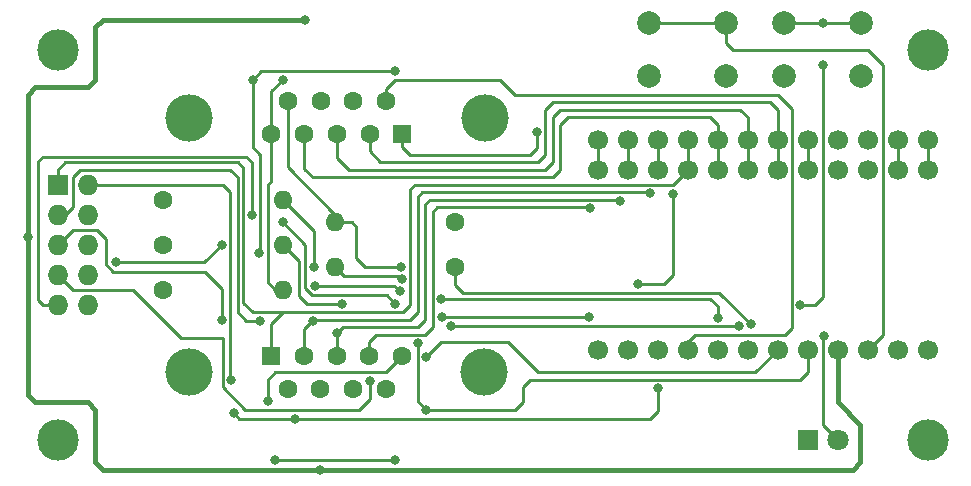
<source format=gtl>
%TF.GenerationSoftware,KiCad,Pcbnew,(5.1.8)-1*%
%TF.CreationDate,2021-02-07T20:02:45+01:00*%
%TF.ProjectId,C64 Joystick Adapter,43363420-4a6f-4797-9374-69636b204164,rev?*%
%TF.SameCoordinates,Original*%
%TF.FileFunction,Copper,L1,Top*%
%TF.FilePolarity,Positive*%
%FSLAX46Y46*%
G04 Gerber Fmt 4.6, Leading zero omitted, Abs format (unit mm)*
G04 Created by KiCad (PCBNEW (5.1.8)-1) date 2021-02-07 20:02:45*
%MOMM*%
%LPD*%
G01*
G04 APERTURE LIST*
%TA.AperFunction,ComponentPad*%
%ADD10C,4.000000*%
%TD*%
%TA.AperFunction,ComponentPad*%
%ADD11C,1.600000*%
%TD*%
%TA.AperFunction,ComponentPad*%
%ADD12R,1.600000X1.600000*%
%TD*%
%TA.AperFunction,ComponentPad*%
%ADD13O,1.600000X1.600000*%
%TD*%
%TA.AperFunction,ComponentPad*%
%ADD14C,1.700000*%
%TD*%
%TA.AperFunction,ComponentPad*%
%ADD15C,3.500000*%
%TD*%
%TA.AperFunction,ComponentPad*%
%ADD16R,1.800000X1.800000*%
%TD*%
%TA.AperFunction,ComponentPad*%
%ADD17C,1.800000*%
%TD*%
%TA.AperFunction,ComponentPad*%
%ADD18R,1.727200X1.727200*%
%TD*%
%TA.AperFunction,ComponentPad*%
%ADD19O,1.727200X1.727200*%
%TD*%
%TA.AperFunction,ComponentPad*%
%ADD20C,2.000000*%
%TD*%
%TA.AperFunction,ViaPad*%
%ADD21C,0.800000*%
%TD*%
%TA.AperFunction,Conductor*%
%ADD22C,0.250000*%
%TD*%
%TA.AperFunction,Conductor*%
%ADD23C,0.381000*%
%TD*%
G04 APERTURE END LIST*
D10*
%TO.P,J1,0*%
%TO.N,N/C*%
X110820000Y-81310000D03*
X135820000Y-81310000D03*
D11*
%TO.P,J1,9*%
%TO.N,POT_AX*%
X119165000Y-79890000D03*
%TO.P,J1,8*%
%TO.N,GND*%
X121935000Y-79890000D03*
%TO.P,J1,7*%
%TO.N,Net-(J1-Pad7)*%
X124705000Y-79890000D03*
%TO.P,J1,6*%
%TO.N,P1_FIRE*%
X127475000Y-79890000D03*
%TO.P,J1,5*%
%TO.N,Net-(J1-Pad5)*%
X117780000Y-82730000D03*
%TO.P,J1,4*%
%TO.N,P1_RIGHT*%
X120550000Y-82730000D03*
%TO.P,J1,3*%
%TO.N,P1_LEFT*%
X123320000Y-82730000D03*
%TO.P,J1,2*%
%TO.N,P1_DOWN*%
X126090000Y-82730000D03*
D12*
%TO.P,J1,1*%
%TO.N,P1_UP*%
X128860000Y-82730000D03*
%TD*%
D11*
%TO.P,R4,1*%
%TO.N,GND*%
X133350000Y-90170000D03*
D13*
%TO.P,R4,2*%
%TO.N,POT_AX*%
X123190000Y-90170000D03*
%TD*%
D14*
%TO.P,A1,12*%
%TO.N,P2_RIGHT*%
X145415000Y-85725000D03*
%TO.P,A1,11*%
%TO.N,P2_LEFT*%
X147955000Y-85725000D03*
%TO.P,A1,10*%
%TO.N,P2_DOWN*%
X150495000Y-85725000D03*
%TO.P,A1,9*%
%TO.N,P2_UP*%
X153035000Y-85725000D03*
%TO.P,A1,8*%
%TO.N,P1_RIGHT*%
X155575000Y-85725000D03*
%TO.P,A1,7*%
%TO.N,P1_LEFT*%
X158115000Y-85725000D03*
%TO.P,A1,6*%
%TO.N,P1_DOWN*%
X160655000Y-85725000D03*
%TO.P,A1,5*%
%TO.N,P1_UP*%
X163195000Y-85725000D03*
%TO.P,A1,4*%
%TO.N,GND*%
X165735000Y-85725000D03*
%TO.P,A1,3*%
X168275000Y-85725000D03*
%TO.P,A1,2*%
%TO.N,Net-(A1-Pad2)*%
X170815000Y-85725000D03*
%TO.P,A1,1*%
%TO.N,Net-(A1-Pad1)*%
X173355000Y-85725000D03*
%TO.P,A1,2*%
%TO.N,Net-(A1-Pad2)*%
X170815000Y-83185000D03*
%TO.P,A1,3*%
%TO.N,GND*%
X168275000Y-83185000D03*
%TO.P,A1,4*%
X165735000Y-83185000D03*
%TO.P,A1,5*%
%TO.N,P1_UP*%
X163195000Y-83185000D03*
%TO.P,A1,6*%
%TO.N,P1_DOWN*%
X160655000Y-83185000D03*
%TO.P,A1,7*%
%TO.N,P1_LEFT*%
X158115000Y-83185000D03*
%TO.P,A1,8*%
%TO.N,P1_RIGHT*%
X155575000Y-83185000D03*
%TO.P,A1,9*%
%TO.N,P2_UP*%
X153035000Y-83185000D03*
%TO.P,A1,10*%
%TO.N,P2_DOWN*%
X150495000Y-83185000D03*
%TO.P,A1,11*%
%TO.N,P2_LEFT*%
X147955000Y-83185000D03*
%TO.P,A1,12*%
%TO.N,P2_RIGHT*%
X145415000Y-83185000D03*
%TO.P,A1,13*%
%TO.N,Net-(A1-Pad13)*%
X145415000Y-100965000D03*
%TO.P,A1,14*%
%TO.N,Net-(A1-Pad14)*%
X147955000Y-100965000D03*
%TO.P,A1,15*%
%TO.N,P2_FIRE*%
X150495000Y-100965000D03*
%TO.P,A1,16*%
%TO.N,P1_FIRE*%
X153035000Y-100965000D03*
%TO.P,A1,17*%
%TO.N,POT_AX*%
X155575000Y-100965000D03*
%TO.P,A1,18*%
%TO.N,POT_AY*%
X158115000Y-100965000D03*
%TO.P,A1,19*%
%TO.N,POT_BX*%
X160655000Y-100965000D03*
%TO.P,A1,20*%
%TO.N,POT_BY*%
X163195000Y-100965000D03*
%TO.P,A1,21*%
%TO.N,VCC*%
X165735000Y-100965000D03*
%TO.P,A1,22*%
%TO.N,Net-(A1-Pad22)*%
X168275000Y-100965000D03*
%TO.P,A1,23*%
%TO.N,GND*%
X170815000Y-100965000D03*
%TO.P,A1,24*%
%TO.N,N/C*%
X173355000Y-100965000D03*
%TO.P,A1,1*%
%TO.N,Net-(A1-Pad1)*%
X173355000Y-83185000D03*
%TD*%
D13*
%TO.P,R5,2*%
%TO.N,Net-(A1-Pad13)*%
X123190000Y-93980000D03*
D11*
%TO.P,R5,1*%
%TO.N,Net-(D1-Pad2)*%
X133350000Y-93980000D03*
%TD*%
D12*
%TO.P,J2,1*%
%TO.N,P2_UP*%
X117760000Y-101470000D03*
D11*
%TO.P,J2,2*%
%TO.N,P2_DOWN*%
X120530000Y-101470000D03*
%TO.P,J2,3*%
%TO.N,P2_LEFT*%
X123300000Y-101470000D03*
%TO.P,J2,4*%
%TO.N,P2_RIGHT*%
X126070000Y-101470000D03*
%TO.P,J2,5*%
%TO.N,Net-(J2-Pad5)*%
X128840000Y-101470000D03*
%TO.P,J2,6*%
%TO.N,P2_FIRE*%
X119145000Y-104310000D03*
%TO.P,J2,7*%
%TO.N,Net-(J2-Pad7)*%
X121915000Y-104310000D03*
%TO.P,J2,8*%
%TO.N,GND*%
X124685000Y-104310000D03*
%TO.P,J2,9*%
%TO.N,POT_BX*%
X127455000Y-104310000D03*
D10*
%TO.P,J2,0*%
%TO.N,N/C*%
X110800000Y-102890000D03*
X135800000Y-102890000D03*
%TD*%
D15*
%TO.P,M1,1*%
%TO.N,N/C*%
X99695000Y-108585000D03*
%TD*%
%TO.P,M2,1*%
%TO.N,N/C*%
X173355000Y-75565000D03*
%TD*%
%TO.P,M3,1*%
%TO.N,N/C*%
X99695000Y-75565000D03*
%TD*%
%TO.P,M4,1*%
%TO.N,N/C*%
X173355000Y-108585000D03*
%TD*%
D11*
%TO.P,R1,1*%
%TO.N,GND*%
X108585000Y-88265000D03*
D13*
%TO.P,R1,2*%
%TO.N,Net-(J2-Pad5)*%
X118745000Y-88265000D03*
%TD*%
D11*
%TO.P,R2,1*%
%TO.N,GND*%
X108585000Y-92075000D03*
D13*
%TO.P,R2,2*%
%TO.N,POT_BX*%
X118745000Y-92075000D03*
%TD*%
%TO.P,R3,2*%
%TO.N,Net-(J1-Pad5)*%
X118745000Y-95885000D03*
D11*
%TO.P,R3,1*%
%TO.N,GND*%
X108585000Y-95885000D03*
%TD*%
D16*
%TO.P,D1,1*%
%TO.N,GND*%
X163195000Y-108585000D03*
D17*
%TO.P,D1,2*%
%TO.N,Net-(D1-Pad2)*%
X165735000Y-108585000D03*
%TD*%
D18*
%TO.P,J3,1*%
%TO.N,P2_UP*%
X99695000Y-86995000D03*
D19*
%TO.P,J3,2*%
%TO.N,P2_DOWN*%
X99695000Y-89535000D03*
%TO.P,J3,3*%
%TO.N,P2_LEFT*%
X99695000Y-92075000D03*
%TO.P,J3,4*%
%TO.N,P2_RIGHT*%
X99695000Y-94615000D03*
%TO.P,J3,5*%
%TO.N,POT_BY*%
X99695000Y-97155000D03*
%TO.P,J3,6*%
%TO.N,P2_FIRE*%
X102235000Y-86995000D03*
%TO.P,J3,7*%
%TO.N,VCC*%
X102235000Y-89535000D03*
%TO.P,J3,8*%
%TO.N,GND*%
X102235000Y-92075000D03*
%TO.P,J3,9*%
%TO.N,POT_BX*%
X102235000Y-94615000D03*
%TO.P,J3,10*%
%TO.N,N/C*%
X102235000Y-97155000D03*
%TD*%
D20*
%TO.P,SW1,2*%
%TO.N,GND*%
X149785000Y-77815000D03*
%TO.P,SW1,1*%
%TO.N,Net-(A1-Pad22)*%
X149785000Y-73315000D03*
%TO.P,SW1,2*%
%TO.N,GND*%
X156285000Y-77815000D03*
%TO.P,SW1,1*%
%TO.N,Net-(A1-Pad22)*%
X156285000Y-73315000D03*
%TD*%
%TO.P,SW2,1*%
%TO.N,Net-(A1-Pad14)*%
X167715000Y-73315000D03*
%TO.P,SW2,2*%
%TO.N,GND*%
X167715000Y-77815000D03*
%TO.P,SW2,1*%
%TO.N,Net-(A1-Pad14)*%
X161215000Y-73315000D03*
%TO.P,SW2,2*%
%TO.N,GND*%
X161215000Y-77815000D03*
%TD*%
D21*
%TO.N,POT_AX*%
X128778000Y-93980000D03*
X132170000Y-96647000D03*
X155575000Y-98245000D03*
%TO.N,VCC*%
X97155000Y-91440000D03*
X120650000Y-73025000D03*
X121920000Y-111125000D03*
%TO.N,POT_AY*%
X121472152Y-95554847D03*
X128651000Y-96012000D03*
X157353000Y-98970000D03*
X132969000Y-98933000D03*
X116749990Y-92800000D03*
X128270000Y-77380000D03*
X116205000Y-78105000D03*
%TO.N,P1_UP*%
X140245000Y-82550000D03*
%TO.N,P2_DOWN*%
X149860000Y-87720000D03*
X116840000Y-98515000D03*
X121285000Y-98515000D03*
%TO.N,P2_LEFT*%
X147320000Y-88355000D03*
X113575000Y-98425000D03*
X123300000Y-99575000D03*
%TO.N,P2_RIGHT*%
X144780000Y-88990000D03*
X126111000Y-103595010D03*
%TO.N,POT_BY*%
X128270000Y-97065000D03*
X130175000Y-100420000D03*
X116115000Y-89535000D03*
X118745000Y-90170000D03*
X130900001Y-106045000D03*
X118110000Y-110334500D03*
X128270000Y-110334500D03*
%TO.N,P2_FIRE*%
X119761000Y-106807000D03*
X150495000Y-104230000D03*
X114390000Y-103505000D03*
X114617512Y-106362512D03*
%TO.N,POT_BX*%
X113575000Y-92075000D03*
X104607655Y-93549335D03*
X123734999Y-97064999D03*
X130900000Y-101600000D03*
%TO.N,Net-(A1-Pad13)*%
X128815000Y-94996000D03*
X144653000Y-98171000D03*
X132207000Y-98171000D03*
%TO.N,Net-(D1-Pad2)*%
X164565154Y-99795154D03*
X158369000Y-98806000D03*
%TO.N,Net-(A1-Pad14)*%
X148844000Y-95377000D03*
X151765000Y-87757000D03*
X162560000Y-97155000D03*
X164465000Y-76835000D03*
X164501000Y-73315000D03*
%TO.N,Net-(J1-Pad5)*%
X118745000Y-78105000D03*
%TO.N,Net-(J2-Pad5)*%
X121375000Y-93980000D03*
X117475000Y-105320000D03*
%TD*%
D22*
%TO.N,POT_AX*%
X123190000Y-90170000D02*
X124587000Y-90170000D01*
X124587000Y-90170000D02*
X124968000Y-90551000D01*
X124968000Y-90551000D02*
X124968000Y-93218000D01*
X125730000Y-93980000D02*
X128778000Y-93980000D01*
X124968000Y-93218000D02*
X125730000Y-93980000D01*
X132170000Y-96647000D02*
X154940000Y-96647000D01*
X155575000Y-97282000D02*
X155575000Y-98245000D01*
X154940000Y-96647000D02*
X155575000Y-97282000D01*
X123190000Y-89535000D02*
X123190000Y-90170000D01*
X119165000Y-85510000D02*
X123190000Y-89535000D01*
X119165000Y-79890000D02*
X119165000Y-85510000D01*
D23*
%TO.N,VCC*%
X165735000Y-105410000D02*
X165735000Y-100965000D01*
X97155000Y-104775000D02*
X97155000Y-91440000D01*
X102235000Y-105410000D02*
X97790000Y-105410000D01*
X102870000Y-106045000D02*
X102235000Y-105410000D01*
X103505000Y-111125000D02*
X102870000Y-110490000D01*
X97790000Y-105410000D02*
X97155000Y-104775000D01*
X167640000Y-110490000D02*
X167005000Y-111125000D01*
X102870000Y-110490000D02*
X102870000Y-106045000D01*
X167640000Y-107315000D02*
X167640000Y-110490000D01*
X165735000Y-105410000D02*
X167640000Y-107315000D01*
X167005000Y-111125000D02*
X122555000Y-111125000D01*
X97790000Y-78740000D02*
X97155000Y-79375000D01*
X102235000Y-78740000D02*
X97790000Y-78740000D01*
X102870000Y-78105000D02*
X102235000Y-78740000D01*
X97155000Y-79375000D02*
X97155000Y-91440000D01*
X102870000Y-73660000D02*
X102870000Y-78105000D01*
X103505000Y-73025000D02*
X102870000Y-73660000D01*
X120650000Y-73025000D02*
X103505000Y-73025000D01*
X121920000Y-111125000D02*
X103505000Y-111125000D01*
X122555000Y-111125000D02*
X121920000Y-111125000D01*
D22*
%TO.N,P1_FIRE*%
X153035000Y-100330000D02*
X153035000Y-100965000D01*
X153670000Y-99695000D02*
X153035000Y-100330000D01*
X161290000Y-99695000D02*
X153670000Y-99695000D01*
X161830001Y-80550001D02*
X161830001Y-99154999D01*
X137160000Y-78105000D02*
X138430000Y-79375000D01*
X160655000Y-79375000D02*
X161830001Y-80550001D01*
X128270000Y-78105000D02*
X137160000Y-78105000D01*
X161830001Y-99154999D02*
X161290000Y-99695000D01*
X138430000Y-79375000D02*
X160655000Y-79375000D01*
X127475000Y-78900000D02*
X128270000Y-78105000D01*
X127475000Y-79890000D02*
X127475000Y-78900000D01*
%TO.N,POT_AY*%
X128193847Y-95554847D02*
X128651000Y-96012000D01*
X121472152Y-95554847D02*
X128193847Y-95554847D01*
X134710000Y-98970000D02*
X157353000Y-98970000D01*
X133006000Y-98970000D02*
X132969000Y-98933000D01*
X134710000Y-98970000D02*
X133006000Y-98970000D01*
X116840000Y-92709990D02*
X116749990Y-92800000D01*
X116840000Y-84455000D02*
X116205000Y-83820000D01*
X116840000Y-84455000D02*
X116840000Y-92709990D01*
X128270000Y-77380000D02*
X116930000Y-77380000D01*
X116930000Y-77380000D02*
X116205000Y-78105000D01*
X116205000Y-83820000D02*
X116205000Y-78105000D01*
%TO.N,P1_RIGHT*%
X155575000Y-85725000D02*
X155575000Y-83185000D01*
X155575000Y-81915000D02*
X155575000Y-83185000D01*
X142240000Y-81915000D02*
X142875000Y-81280000D01*
X142240000Y-85725000D02*
X142240000Y-81915000D01*
X141605000Y-86360000D02*
X142240000Y-85725000D01*
X154940000Y-81280000D02*
X155575000Y-81915000D01*
X121285000Y-86360000D02*
X141605000Y-86360000D01*
X142875000Y-81280000D02*
X154940000Y-81280000D01*
X120550000Y-85625000D02*
X121285000Y-86360000D01*
X120550000Y-82730000D02*
X120550000Y-85625000D01*
%TO.N,P1_LEFT*%
X158115000Y-83185000D02*
X158115000Y-85725000D01*
X158115000Y-81280000D02*
X158115000Y-83185000D01*
X157480000Y-80645000D02*
X158115000Y-81280000D01*
X142240000Y-80645000D02*
X157480000Y-80645000D01*
X141605000Y-85090000D02*
X141605000Y-81280000D01*
X141605000Y-81280000D02*
X142240000Y-80645000D01*
X140970000Y-85725000D02*
X141605000Y-85090000D01*
X124330000Y-85725000D02*
X140970000Y-85725000D01*
X123320000Y-84715000D02*
X124330000Y-85725000D01*
X123320000Y-82730000D02*
X123320000Y-84715000D01*
%TO.N,P1_DOWN*%
X160655000Y-85725000D02*
X160655000Y-83185000D01*
X141605000Y-80010000D02*
X160020000Y-80010000D01*
X140970000Y-80645000D02*
X141605000Y-80010000D01*
X140970000Y-84455000D02*
X140970000Y-80645000D01*
X140335000Y-85090000D02*
X140970000Y-84455000D01*
X160020000Y-80010000D02*
X160655000Y-80645000D01*
X127000000Y-85090000D02*
X140335000Y-85090000D01*
X160655000Y-80645000D02*
X160655000Y-83185000D01*
X126090000Y-84180000D02*
X127000000Y-85090000D01*
X126090000Y-82730000D02*
X126090000Y-84180000D01*
%TO.N,P1_UP*%
X163195000Y-83185000D02*
X163195000Y-85725000D01*
X128860000Y-83775000D02*
X129540000Y-84455000D01*
X128860000Y-82730000D02*
X128860000Y-83775000D01*
X129540000Y-84455000D02*
X139700000Y-84455000D01*
X140245000Y-83910000D02*
X139700000Y-84455000D01*
X140245000Y-82550000D02*
X140245000Y-83910000D01*
%TO.N,P2_UP*%
X153035000Y-83185000D02*
X153035000Y-85725000D01*
X152185001Y-86574999D02*
X153035000Y-85725000D01*
X151765000Y-86995000D02*
X152185001Y-86574999D01*
X129921000Y-86995000D02*
X151765000Y-86995000D01*
X129540000Y-87376000D02*
X129921000Y-86995000D01*
X129540000Y-97155000D02*
X129540000Y-87376000D01*
X128905000Y-97790000D02*
X129540000Y-97155000D01*
X118745000Y-97790000D02*
X128905000Y-97790000D01*
X117760000Y-98775000D02*
X118745000Y-97790000D01*
X117760000Y-101470000D02*
X117760000Y-98775000D01*
X115389999Y-96974999D02*
X116205000Y-97790000D01*
X115389999Y-85544999D02*
X115389999Y-96974999D01*
X114935000Y-85090000D02*
X115389999Y-85544999D01*
X100330000Y-85090000D02*
X114935000Y-85090000D01*
X99695000Y-85725000D02*
X100330000Y-85090000D01*
X116205000Y-97790000D02*
X118745000Y-97790000D01*
X99695000Y-86995000D02*
X99695000Y-85725000D01*
%TO.N,P2_DOWN*%
X150495000Y-83185000D02*
X150495000Y-85725000D01*
X130556000Y-87630000D02*
X149770000Y-87630000D01*
X149770000Y-87630000D02*
X149860000Y-87720000D01*
X130175000Y-97790000D02*
X130175000Y-88011000D01*
X129540000Y-98425000D02*
X130175000Y-97790000D01*
X121285000Y-98425000D02*
X129540000Y-98425000D01*
X130175000Y-88011000D02*
X130556000Y-87630000D01*
X120530000Y-99180000D02*
X121285000Y-98425000D01*
X120530000Y-101470000D02*
X120530000Y-99180000D01*
X99695000Y-89535000D02*
X100330000Y-89535000D01*
X100330000Y-89535000D02*
X100965000Y-88900000D01*
X100965000Y-88900000D02*
X100965000Y-86360000D01*
X100965000Y-86360000D02*
X101600000Y-85725000D01*
X101600000Y-85725000D02*
X114300000Y-85725000D01*
X114300000Y-85725000D02*
X114935000Y-86360000D01*
X114935000Y-86360000D02*
X114935000Y-97790000D01*
X115660000Y-98515000D02*
X116840000Y-98515000D01*
X114935000Y-97790000D02*
X115660000Y-98515000D01*
%TO.N,P2_LEFT*%
X147955000Y-83185000D02*
X147955000Y-85725000D01*
X147230000Y-88265000D02*
X147320000Y-88355000D01*
X130810000Y-88646000D02*
X131191000Y-88265000D01*
X131191000Y-88265000D02*
X147230000Y-88265000D01*
X130810000Y-98425000D02*
X130810000Y-88646000D01*
X130175000Y-99060000D02*
X130810000Y-98425000D01*
X123815000Y-99060000D02*
X130175000Y-99060000D01*
X123300000Y-99575000D02*
X123815000Y-99060000D01*
X123300000Y-101470000D02*
X123300000Y-99575000D01*
X100965000Y-90805000D02*
X99695000Y-92075000D01*
X102997000Y-90805000D02*
X100965000Y-90805000D01*
X103759000Y-91567000D02*
X102997000Y-90805000D01*
X103759000Y-93726000D02*
X103759000Y-91567000D01*
X112141000Y-94361000D02*
X104394000Y-94361000D01*
X104394000Y-94361000D02*
X103759000Y-93726000D01*
X113575000Y-95795000D02*
X112141000Y-94361000D01*
X113575000Y-98425000D02*
X113575000Y-95795000D01*
%TO.N,P2_RIGHT*%
X145415000Y-85725000D02*
X145415000Y-83185000D01*
X126070000Y-101470000D02*
X126070000Y-100625000D01*
X131826000Y-88900000D02*
X142240000Y-88900000D01*
X131445000Y-89281000D02*
X131826000Y-88900000D01*
X131445000Y-99060000D02*
X131445000Y-89281000D01*
X130810000Y-99695000D02*
X131445000Y-99060000D01*
X126660000Y-99695000D02*
X130810000Y-99695000D01*
X126070000Y-100285000D02*
X126660000Y-99695000D01*
X126070000Y-101470000D02*
X126070000Y-100285000D01*
X144690000Y-88900000D02*
X144780000Y-88990000D01*
X142240000Y-88900000D02*
X144690000Y-88900000D01*
X126111000Y-101511000D02*
X126070000Y-101470000D01*
X126111000Y-105106501D02*
X126111000Y-103595010D01*
X125172501Y-106045000D02*
X126111000Y-105106501D01*
X115570000Y-106045000D02*
X125172501Y-106045000D01*
X113665000Y-104140000D02*
X115570000Y-106045000D01*
X113665000Y-99949000D02*
X113665000Y-104140000D01*
X106045000Y-95885000D02*
X110109000Y-99949000D01*
X110109000Y-99949000D02*
X113665000Y-99949000D01*
X100965000Y-95885000D02*
X106045000Y-95885000D01*
X99695000Y-94615000D02*
X100965000Y-95885000D01*
%TO.N,POT_BY*%
X116115000Y-85090000D02*
X116115000Y-87630000D01*
X115660002Y-84635002D02*
X116115000Y-85090000D01*
X98044000Y-85016002D02*
X98425000Y-84635002D01*
X98044000Y-96774000D02*
X98044000Y-85016002D01*
X98425000Y-84635002D02*
X115660002Y-84635002D01*
X98425000Y-97155000D02*
X98044000Y-96774000D01*
X99695000Y-97155000D02*
X98425000Y-97155000D01*
X139700000Y-103505000D02*
X162560000Y-103505000D01*
X162560000Y-103505000D02*
X163195000Y-102870000D01*
X139065000Y-104140000D02*
X139700000Y-103505000D01*
X163195000Y-102870000D02*
X163195000Y-100965000D01*
X139065000Y-105410000D02*
X139065000Y-104140000D01*
X138430000Y-106045000D02*
X139065000Y-105410000D01*
X130900001Y-106045000D02*
X138430000Y-106045000D01*
X130175001Y-105320000D02*
X130900001Y-106045000D01*
X130175000Y-100420000D02*
X130175001Y-105320000D01*
X116115000Y-87630000D02*
X116115000Y-89535000D01*
X128270000Y-97065000D02*
X127544999Y-96339999D01*
X127544999Y-96339999D02*
X121231999Y-96339999D01*
X121231999Y-96339999D02*
X120650000Y-95758000D01*
X120650000Y-95758000D02*
X120650000Y-92075000D01*
X120650000Y-92075000D02*
X118745000Y-90170000D01*
X118110000Y-110334500D02*
X128270000Y-110334500D01*
%TO.N,P2_FIRE*%
X119761000Y-106807000D02*
X149860000Y-106807000D01*
X150495000Y-106172000D02*
X150495000Y-104230000D01*
X149860000Y-106807000D02*
X150495000Y-106172000D01*
X113665000Y-86995000D02*
X114300000Y-87630000D01*
X102235000Y-86995000D02*
X113665000Y-86995000D01*
X114300000Y-87630000D02*
X114300000Y-103505000D01*
X114300000Y-103505000D02*
X114390000Y-103505000D01*
X115062000Y-106807000D02*
X114617512Y-106362512D01*
X119761000Y-106807000D02*
X115062000Y-106807000D01*
%TO.N,POT_BX*%
X113575000Y-92075000D02*
X112100665Y-93549335D01*
X112100665Y-93549335D02*
X104607655Y-93549335D01*
X118745000Y-92075000D02*
X120142000Y-93472000D01*
X120813999Y-97064999D02*
X123734999Y-97064999D01*
X120142000Y-96393000D02*
X120813999Y-97064999D01*
X120142000Y-93472000D02*
X120142000Y-96393000D01*
X140335000Y-102870000D02*
X158750000Y-102870000D01*
X137795000Y-100330000D02*
X140335000Y-102870000D01*
X132170000Y-100330000D02*
X137795000Y-100330000D01*
X158750000Y-102870000D02*
X160655000Y-100965000D01*
X130900000Y-101600000D02*
X132170000Y-100330000D01*
%TO.N,Net-(A1-Pad13)*%
X123952000Y-94742000D02*
X123190000Y-93980000D01*
X128561000Y-94742000D02*
X123952000Y-94742000D01*
X128815000Y-94996000D02*
X128561000Y-94742000D01*
X144652992Y-98171008D02*
X144653000Y-98171000D01*
X134492992Y-98171008D02*
X144652992Y-98171008D01*
X132207008Y-98171008D02*
X132207000Y-98171000D01*
X134492992Y-98171008D02*
X132207008Y-98171008D01*
%TO.N,Net-(D1-Pad2)*%
X164465000Y-107315000D02*
X164465000Y-99695000D01*
X165735000Y-108585000D02*
X164465000Y-107315000D01*
X164465000Y-99695000D02*
X164565154Y-99795154D01*
X133985000Y-96139000D02*
X155702000Y-96139000D01*
X133350000Y-95504000D02*
X133985000Y-96139000D01*
X155702000Y-96139000D02*
X158369000Y-98806000D01*
X133350000Y-93980000D02*
X133350000Y-95504000D01*
%TO.N,Net-(A1-Pad2)*%
X170815000Y-85725000D02*
X170815000Y-83185000D01*
%TO.N,Net-(A1-Pad1)*%
X173355000Y-83185000D02*
X173355000Y-85725000D01*
%TO.N,Net-(A1-Pad14)*%
X151765000Y-94615000D02*
X151765000Y-87757000D01*
X151003000Y-95377000D02*
X151765000Y-94615000D01*
X148844000Y-95377000D02*
X151003000Y-95377000D01*
X161215000Y-73315000D02*
X163485000Y-73315000D01*
X167715000Y-73315000D02*
X165634998Y-73315000D01*
X164501000Y-73315000D02*
X163485000Y-73315000D01*
X165634998Y-73315000D02*
X164501000Y-73315000D01*
X163830000Y-97155000D02*
X162560000Y-97155000D01*
X164470000Y-96515000D02*
X163830000Y-97155000D01*
X164470000Y-76840000D02*
X164465000Y-76835000D01*
X164470000Y-96515000D02*
X164470000Y-76840000D01*
%TO.N,Net-(A1-Pad22)*%
X149785000Y-73315000D02*
X156285000Y-73315000D01*
X169545000Y-76835000D02*
X169545000Y-99695000D01*
X168275000Y-75565000D02*
X169545000Y-76835000D01*
X169545000Y-99695000D02*
X168275000Y-100965000D01*
X156845000Y-75565000D02*
X168275000Y-75565000D01*
X156285000Y-75005000D02*
X156845000Y-75565000D01*
X156285000Y-73315000D02*
X156285000Y-75005000D01*
%TO.N,Net-(J1-Pad5)*%
X118110000Y-95885000D02*
X117475000Y-95250000D01*
X118745000Y-95885000D02*
X118110000Y-95885000D01*
X117780000Y-86690000D02*
X117475000Y-86995000D01*
X117780000Y-82730000D02*
X117780000Y-86690000D01*
X117475000Y-95250000D02*
X117475000Y-86995000D01*
X117780000Y-79070000D02*
X117780000Y-82730000D01*
X118745000Y-78105000D02*
X117780000Y-79070000D01*
%TO.N,Net-(J2-Pad5)*%
X121375000Y-90895000D02*
X118745000Y-88265000D01*
X121375000Y-93980000D02*
X121375000Y-90895000D01*
X117475000Y-103505000D02*
X117475000Y-105320000D01*
X118110000Y-102870000D02*
X117475000Y-103505000D01*
X127440000Y-102870000D02*
X118110000Y-102870000D01*
X128840000Y-101470000D02*
X127440000Y-102870000D01*
%TD*%
M02*

</source>
